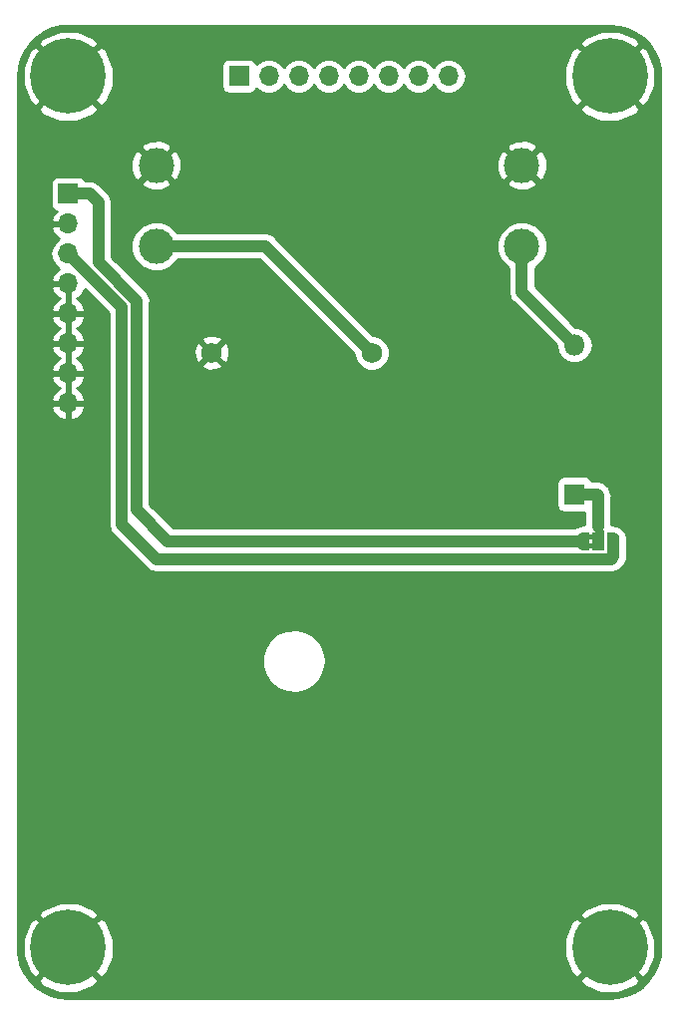
<source format=gtl>
%TF.GenerationSoftware,KiCad,Pcbnew,5.0.2+dfsg1-1*%
%TF.CreationDate,2022-04-10T03:47:20-07:00*%
%TF.ProjectId,keygame-batpack,6b657967-616d-4652-9d62-61747061636b,rev?*%
%TF.SameCoordinates,Original*%
%TF.FileFunction,Copper,L1,Top*%
%TF.FilePolarity,Positive*%
%FSLAX46Y46*%
G04 Gerber Fmt 4.6, Leading zero omitted, Abs format (unit mm)*
G04 Created by KiCad (PCBNEW 5.0.2+dfsg1-1) date Sun 10 Apr 2022 03:47:20 AM PDT*
%MOMM*%
%LPD*%
G01*
G04 APERTURE LIST*
%ADD10C,0.800000*%
%ADD11C,6.400000*%
%ADD12R,1.700000X1.700000*%
%ADD13O,1.700000X1.700000*%
%ADD14C,1.755000*%
%ADD15R,1.800000X1.800000*%
%ADD16O,1.800000X1.800000*%
%ADD17C,3.000000*%
%ADD18C,0.500000*%
%ADD19C,0.100000*%
%ADD20R,1.000000X1.500000*%
%ADD21C,1.000000*%
%ADD22C,0.500000*%
%ADD23C,0.250000*%
%ADD24C,0.254000*%
G04 APERTURE END LIST*
D10*
X126137056Y-57962944D03*
X124440000Y-57260000D03*
X122742944Y-57962944D03*
X122040000Y-59660000D03*
X122742944Y-61357056D03*
X124440000Y-62060000D03*
X126137056Y-61357056D03*
X126840000Y-59660000D03*
D11*
X124440000Y-59660000D03*
X170440000Y-59660000D03*
D10*
X172840000Y-59660000D03*
X172137056Y-61357056D03*
X170440000Y-62060000D03*
X168742944Y-61357056D03*
X168040000Y-59660000D03*
X168742944Y-57962944D03*
X170440000Y-57260000D03*
X172137056Y-57962944D03*
X126137056Y-131962944D03*
X124440000Y-131260000D03*
X122742944Y-131962944D03*
X122040000Y-133660000D03*
X122742944Y-135357056D03*
X124440000Y-136060000D03*
X126137056Y-135357056D03*
X126840000Y-133660000D03*
D11*
X124440000Y-133660000D03*
X170440000Y-133660000D03*
D10*
X172840000Y-133660000D03*
X172137056Y-135357056D03*
X170440000Y-136060000D03*
X168742944Y-135357056D03*
X168040000Y-133660000D03*
X168742944Y-131962944D03*
X170440000Y-131260000D03*
X172137056Y-131962944D03*
D12*
X138940000Y-59660000D03*
D13*
X141480000Y-59660000D03*
X144020000Y-59660000D03*
X146560000Y-59660000D03*
X149100000Y-59660000D03*
X151640000Y-59660000D03*
X154180000Y-59660000D03*
X156720000Y-59660000D03*
D12*
X124440000Y-69660000D03*
D13*
X124440000Y-72200000D03*
X124440000Y-74740000D03*
X124440000Y-77280000D03*
X124440000Y-79820000D03*
X124440000Y-82360000D03*
X124440000Y-84900000D03*
X124440000Y-87440000D03*
D14*
X150210000Y-83140000D03*
X136620000Y-83140000D03*
D15*
X167440000Y-95160000D03*
D16*
X167440000Y-82460000D03*
D17*
X162970000Y-67220000D03*
X162970000Y-74100000D03*
X131910000Y-74100000D03*
X131910000Y-67220000D03*
D18*
X168140000Y-99160000D03*
D19*
G36*
X168690000Y-98560000D02*
X169040000Y-98560000D01*
X169040000Y-98960000D01*
X168690000Y-98960000D01*
X168690000Y-99360000D01*
X169040000Y-99360000D01*
X169040000Y-99760000D01*
X168690000Y-99760000D01*
X168690000Y-99910000D01*
X168140000Y-99910000D01*
X168140000Y-99909398D01*
X168115466Y-99909398D01*
X168066635Y-99904588D01*
X168018510Y-99895016D01*
X167971555Y-99880772D01*
X167926222Y-99861995D01*
X167882949Y-99838864D01*
X167842150Y-99811604D01*
X167804221Y-99780476D01*
X167769524Y-99745779D01*
X167738396Y-99707850D01*
X167711136Y-99667051D01*
X167688005Y-99623778D01*
X167669228Y-99578445D01*
X167654984Y-99531490D01*
X167645412Y-99483365D01*
X167640602Y-99434534D01*
X167640602Y-99410000D01*
X167640000Y-99410000D01*
X167640000Y-98910000D01*
X167640602Y-98910000D01*
X167640602Y-98885466D01*
X167645412Y-98836635D01*
X167654984Y-98788510D01*
X167669228Y-98741555D01*
X167688005Y-98696222D01*
X167711136Y-98652949D01*
X167738396Y-98612150D01*
X167769524Y-98574221D01*
X167804221Y-98539524D01*
X167842150Y-98508396D01*
X167882949Y-98481136D01*
X167926222Y-98458005D01*
X167971555Y-98439228D01*
X168018510Y-98424984D01*
X168066635Y-98415412D01*
X168115466Y-98410602D01*
X168140000Y-98410602D01*
X168140000Y-98410000D01*
X168690000Y-98410000D01*
X168690000Y-98560000D01*
X168690000Y-98560000D01*
G37*
D18*
X170740000Y-99160000D03*
D19*
G36*
X170740000Y-98410602D02*
X170764534Y-98410602D01*
X170813365Y-98415412D01*
X170861490Y-98424984D01*
X170908445Y-98439228D01*
X170953778Y-98458005D01*
X170997051Y-98481136D01*
X171037850Y-98508396D01*
X171075779Y-98539524D01*
X171110476Y-98574221D01*
X171141604Y-98612150D01*
X171168864Y-98652949D01*
X171191995Y-98696222D01*
X171210772Y-98741555D01*
X171225016Y-98788510D01*
X171234588Y-98836635D01*
X171239398Y-98885466D01*
X171239398Y-98910000D01*
X171240000Y-98910000D01*
X171240000Y-99410000D01*
X171239398Y-99410000D01*
X171239398Y-99434534D01*
X171234588Y-99483365D01*
X171225016Y-99531490D01*
X171210772Y-99578445D01*
X171191995Y-99623778D01*
X171168864Y-99667051D01*
X171141604Y-99707850D01*
X171110476Y-99745779D01*
X171075779Y-99780476D01*
X171037850Y-99811604D01*
X170997051Y-99838864D01*
X170953778Y-99861995D01*
X170908445Y-99880772D01*
X170861490Y-99895016D01*
X170813365Y-99904588D01*
X170764534Y-99909398D01*
X170740000Y-99909398D01*
X170740000Y-99910000D01*
X170190000Y-99910000D01*
X170190000Y-98410000D01*
X170740000Y-98410000D01*
X170740000Y-98410602D01*
X170740000Y-98410602D01*
G37*
D20*
X169440000Y-99160000D03*
D10*
X154700000Y-95410000D03*
D21*
X124440000Y-69831998D02*
X124440000Y-69660000D01*
X126290000Y-69660000D02*
X124440000Y-69660000D01*
X168140000Y-99160000D02*
X132910010Y-99160000D01*
X130250010Y-96500000D02*
X130250010Y-78750010D01*
X132910010Y-99160000D02*
X130250010Y-96500000D01*
X127000000Y-75500000D02*
X127000000Y-70370000D01*
X130250010Y-78750010D02*
X127000000Y-75500000D01*
X127000000Y-70370000D02*
X126290000Y-69660000D01*
X170740000Y-100007592D02*
X170740000Y-99160000D01*
X129000000Y-79300000D02*
X129000000Y-97750000D01*
X124440000Y-74740000D02*
X129000000Y-79300000D01*
X129000000Y-97750000D02*
X131910000Y-100660000D01*
X170740000Y-100460002D02*
X170740000Y-100007592D01*
X131910000Y-100660000D02*
X170540001Y-100660001D01*
X170540001Y-100660001D02*
X170740000Y-100460002D01*
X141170000Y-74100000D02*
X150210000Y-83140000D01*
X131910000Y-74100000D02*
X141170000Y-74100000D01*
D22*
X169540010Y-98352886D02*
X169540010Y-99160000D01*
X169540010Y-95860010D02*
X169540010Y-98352886D01*
X168840000Y-95160000D02*
X169540010Y-95860010D01*
X167440000Y-95160000D02*
X168840000Y-95160000D01*
D21*
X169440000Y-95260000D02*
X169440000Y-97899324D01*
X169340000Y-95160000D02*
X169440000Y-95260000D01*
X167440000Y-95160000D02*
X169340000Y-95160000D01*
D23*
X169440000Y-99160000D02*
X169440000Y-98429654D01*
X169440000Y-98429654D02*
X169100346Y-98090000D01*
X169440000Y-97899324D02*
X169440000Y-97910000D01*
X169440000Y-97910000D02*
X169180173Y-98169827D01*
X169180173Y-98169827D02*
X169260173Y-98249827D01*
X169260173Y-98249827D02*
X169305173Y-98294827D01*
X169440000Y-99160000D02*
X169440000Y-98680000D01*
X169440000Y-98680000D02*
X169814990Y-98305010D01*
X169814990Y-98274314D02*
X169440000Y-97899324D01*
X169814990Y-98305010D02*
X169814990Y-98274314D01*
X169440000Y-97899324D02*
X169619324Y-97899324D01*
D21*
X162970000Y-77990000D02*
X167440000Y-82460000D01*
X162970000Y-74100000D02*
X162970000Y-77990000D01*
D24*
G36*
X171199192Y-55440578D02*
X171934389Y-55641705D01*
X172622351Y-55969846D01*
X173241331Y-56414628D01*
X173771761Y-56961988D01*
X174196884Y-57594639D01*
X174503251Y-58292561D01*
X174682499Y-59039183D01*
X174730001Y-59686044D01*
X174730000Y-133628382D01*
X174659422Y-134419193D01*
X174458295Y-135154389D01*
X174130152Y-135842355D01*
X173685374Y-136461328D01*
X173138012Y-136991761D01*
X172505362Y-137416883D01*
X171807439Y-137723251D01*
X171060819Y-137902499D01*
X170413970Y-137950000D01*
X124471618Y-137950000D01*
X123680807Y-137879422D01*
X122945611Y-137678295D01*
X122257645Y-137350152D01*
X121638672Y-136905374D01*
X121149811Y-136400910D01*
X121878695Y-136400910D01*
X122245640Y-136896343D01*
X123651171Y-137489736D01*
X125176793Y-137500087D01*
X126590246Y-136925819D01*
X126634360Y-136896343D01*
X127001305Y-136400910D01*
X167878695Y-136400910D01*
X168245640Y-136896343D01*
X169651171Y-137489736D01*
X171176793Y-137500087D01*
X172590246Y-136925819D01*
X172634360Y-136896343D01*
X173001305Y-136400910D01*
X170440000Y-133839605D01*
X167878695Y-136400910D01*
X127001305Y-136400910D01*
X124440000Y-133839605D01*
X121878695Y-136400910D01*
X121149811Y-136400910D01*
X121108239Y-136358012D01*
X120683117Y-135725362D01*
X120376749Y-135027439D01*
X120225344Y-134396793D01*
X120599913Y-134396793D01*
X121174181Y-135810246D01*
X121203657Y-135854360D01*
X121699090Y-136221305D01*
X124260395Y-133660000D01*
X124619605Y-133660000D01*
X127180910Y-136221305D01*
X127676343Y-135854360D01*
X128269736Y-134448829D01*
X128270089Y-134396793D01*
X166599913Y-134396793D01*
X167174181Y-135810246D01*
X167203657Y-135854360D01*
X167699090Y-136221305D01*
X170260395Y-133660000D01*
X170619605Y-133660000D01*
X173180910Y-136221305D01*
X173676343Y-135854360D01*
X174269736Y-134448829D01*
X174280087Y-132923207D01*
X173705819Y-131509754D01*
X173676343Y-131465640D01*
X173180910Y-131098695D01*
X170619605Y-133660000D01*
X170260395Y-133660000D01*
X167699090Y-131098695D01*
X167203657Y-131465640D01*
X166610264Y-132871171D01*
X166599913Y-134396793D01*
X128270089Y-134396793D01*
X128280087Y-132923207D01*
X127705819Y-131509754D01*
X127676343Y-131465640D01*
X127180910Y-131098695D01*
X124619605Y-133660000D01*
X124260395Y-133660000D01*
X121699090Y-131098695D01*
X121203657Y-131465640D01*
X120610264Y-132871171D01*
X120599913Y-134396793D01*
X120225344Y-134396793D01*
X120197501Y-134280819D01*
X120150000Y-133633970D01*
X120150000Y-130919090D01*
X121878695Y-130919090D01*
X124440000Y-133480395D01*
X127001305Y-130919090D01*
X167878695Y-130919090D01*
X170440000Y-133480395D01*
X173001305Y-130919090D01*
X172634360Y-130423657D01*
X171228829Y-129830264D01*
X169703207Y-129819913D01*
X168289754Y-130394181D01*
X168245640Y-130423657D01*
X167878695Y-130919090D01*
X127001305Y-130919090D01*
X126634360Y-130423657D01*
X125228829Y-129830264D01*
X123703207Y-129819913D01*
X122289754Y-130394181D01*
X122245640Y-130423657D01*
X121878695Y-130919090D01*
X120150000Y-130919090D01*
X120150000Y-108928471D01*
X140909238Y-108928471D01*
X140915561Y-109733589D01*
X141158342Y-110501257D01*
X141616116Y-111163600D01*
X142248409Y-111662060D01*
X142999317Y-111952564D01*
X143802450Y-112009429D01*
X144586799Y-111827626D01*
X145283017Y-111423231D01*
X145829549Y-110831996D01*
X146178073Y-110106195D01*
X146297776Y-109310000D01*
X146297442Y-109267468D01*
X146165248Y-108473251D01*
X145805366Y-107753015D01*
X145249615Y-107170437D01*
X144547131Y-106777027D01*
X143760023Y-106607567D01*
X142957882Y-106677040D01*
X142211630Y-106979303D01*
X141587245Y-107487633D01*
X141139931Y-108157085D01*
X140909238Y-108928471D01*
X120150000Y-108928471D01*
X120150000Y-87796890D01*
X122998524Y-87796890D01*
X123168355Y-88206924D01*
X123558642Y-88635183D01*
X124083108Y-88881486D01*
X124313000Y-88760819D01*
X124313000Y-87567000D01*
X124567000Y-87567000D01*
X124567000Y-88760819D01*
X124796892Y-88881486D01*
X125321358Y-88635183D01*
X125711645Y-88206924D01*
X125881476Y-87796890D01*
X125760155Y-87567000D01*
X124567000Y-87567000D01*
X124313000Y-87567000D01*
X123119845Y-87567000D01*
X122998524Y-87796890D01*
X120150000Y-87796890D01*
X120150000Y-85256890D01*
X122998524Y-85256890D01*
X123168355Y-85666924D01*
X123558642Y-86095183D01*
X123717954Y-86170000D01*
X123558642Y-86244817D01*
X123168355Y-86673076D01*
X122998524Y-87083110D01*
X123119845Y-87313000D01*
X124313000Y-87313000D01*
X124313000Y-85027000D01*
X124567000Y-85027000D01*
X124567000Y-87313000D01*
X125760155Y-87313000D01*
X125881476Y-87083110D01*
X125711645Y-86673076D01*
X125321358Y-86244817D01*
X125162046Y-86170000D01*
X125321358Y-86095183D01*
X125711645Y-85666924D01*
X125881476Y-85256890D01*
X125760155Y-85027000D01*
X124567000Y-85027000D01*
X124313000Y-85027000D01*
X123119845Y-85027000D01*
X122998524Y-85256890D01*
X120150000Y-85256890D01*
X120150000Y-82716890D01*
X122998524Y-82716890D01*
X123168355Y-83126924D01*
X123558642Y-83555183D01*
X123717954Y-83630000D01*
X123558642Y-83704817D01*
X123168355Y-84133076D01*
X122998524Y-84543110D01*
X123119845Y-84773000D01*
X124313000Y-84773000D01*
X124313000Y-82487000D01*
X124567000Y-82487000D01*
X124567000Y-84773000D01*
X125760155Y-84773000D01*
X125881476Y-84543110D01*
X125711645Y-84133076D01*
X125321358Y-83704817D01*
X125162046Y-83630000D01*
X125321358Y-83555183D01*
X125711645Y-83126924D01*
X125881476Y-82716890D01*
X125760155Y-82487000D01*
X124567000Y-82487000D01*
X124313000Y-82487000D01*
X123119845Y-82487000D01*
X122998524Y-82716890D01*
X120150000Y-82716890D01*
X120150000Y-80176890D01*
X122998524Y-80176890D01*
X123168355Y-80586924D01*
X123558642Y-81015183D01*
X123717954Y-81090000D01*
X123558642Y-81164817D01*
X123168355Y-81593076D01*
X122998524Y-82003110D01*
X123119845Y-82233000D01*
X124313000Y-82233000D01*
X124313000Y-79947000D01*
X124567000Y-79947000D01*
X124567000Y-82233000D01*
X125760155Y-82233000D01*
X125881476Y-82003110D01*
X125711645Y-81593076D01*
X125321358Y-81164817D01*
X125162046Y-81090000D01*
X125321358Y-81015183D01*
X125711645Y-80586924D01*
X125881476Y-80176890D01*
X125760155Y-79947000D01*
X124567000Y-79947000D01*
X124313000Y-79947000D01*
X123119845Y-79947000D01*
X122998524Y-80176890D01*
X120150000Y-80176890D01*
X120150000Y-77636890D01*
X122998524Y-77636890D01*
X123168355Y-78046924D01*
X123558642Y-78475183D01*
X123717954Y-78550000D01*
X123558642Y-78624817D01*
X123168355Y-79053076D01*
X122998524Y-79463110D01*
X123119845Y-79693000D01*
X124313000Y-79693000D01*
X124313000Y-77407000D01*
X123119845Y-77407000D01*
X122998524Y-77636890D01*
X120150000Y-77636890D01*
X120150000Y-74740000D01*
X122925908Y-74740000D01*
X123041161Y-75319418D01*
X123369375Y-75810625D01*
X123688478Y-76023843D01*
X123558642Y-76084817D01*
X123168355Y-76513076D01*
X122998524Y-76923110D01*
X123119845Y-77153000D01*
X124313000Y-77153000D01*
X124313000Y-77133000D01*
X124567000Y-77133000D01*
X124567000Y-77153000D01*
X124587000Y-77153000D01*
X124587000Y-77407000D01*
X124567000Y-77407000D01*
X124567000Y-79693000D01*
X125760155Y-79693000D01*
X125881476Y-79463110D01*
X125711645Y-79053076D01*
X125321358Y-78624817D01*
X125162046Y-78550000D01*
X125321358Y-78475183D01*
X125711645Y-78046924D01*
X125837627Y-77742758D01*
X127865000Y-79770132D01*
X127865001Y-97638212D01*
X127842765Y-97750000D01*
X127930854Y-98192854D01*
X127979543Y-98265722D01*
X128181712Y-98568289D01*
X128276480Y-98631611D01*
X131028393Y-101383526D01*
X131091711Y-101478288D01*
X131186473Y-101541606D01*
X131186475Y-101541608D01*
X131467145Y-101729145D01*
X131909999Y-101817235D01*
X132021786Y-101794999D01*
X170428218Y-101795001D01*
X170540001Y-101817236D01*
X170982855Y-101729147D01*
X170982858Y-101729145D01*
X171358289Y-101478290D01*
X171421611Y-101383522D01*
X171463519Y-101341614D01*
X171558289Y-101278291D01*
X171809146Y-100902857D01*
X171875000Y-100571785D01*
X171875000Y-100571784D01*
X171897235Y-100460003D01*
X171875000Y-100348221D01*
X171875000Y-99560868D01*
X171885032Y-99459009D01*
X171885032Y-99422106D01*
X171887440Y-99410000D01*
X171887440Y-98910000D01*
X171885032Y-98897894D01*
X171885032Y-98860991D01*
X171872592Y-98734682D01*
X171853470Y-98638549D01*
X171816628Y-98517096D01*
X171779119Y-98426540D01*
X171719287Y-98314603D01*
X171664831Y-98233104D01*
X171584314Y-98134994D01*
X171515006Y-98065686D01*
X171416896Y-97985169D01*
X171335397Y-97930713D01*
X171223460Y-97870881D01*
X171132904Y-97833372D01*
X171011451Y-97796530D01*
X170915318Y-97777408D01*
X170789009Y-97764968D01*
X170752106Y-97764968D01*
X170740000Y-97762560D01*
X170575000Y-97762560D01*
X170575000Y-95371781D01*
X170597235Y-95259999D01*
X170575000Y-95148217D01*
X170509146Y-94817145D01*
X170258289Y-94441711D01*
X170198344Y-94401657D01*
X170158289Y-94341711D01*
X169782855Y-94090854D01*
X169451783Y-94025000D01*
X169340000Y-94002765D01*
X169228217Y-94025000D01*
X168940696Y-94025000D01*
X168938157Y-94012235D01*
X168797809Y-93802191D01*
X168587765Y-93661843D01*
X168340000Y-93612560D01*
X166540000Y-93612560D01*
X166292235Y-93661843D01*
X166082191Y-93802191D01*
X165941843Y-94012235D01*
X165892560Y-94260000D01*
X165892560Y-96060000D01*
X165941843Y-96307765D01*
X166082191Y-96517809D01*
X166292235Y-96658157D01*
X166540000Y-96707440D01*
X168305001Y-96707440D01*
X168305001Y-97762560D01*
X168140000Y-97762560D01*
X168127894Y-97764968D01*
X168090991Y-97764968D01*
X167964682Y-97777408D01*
X167868549Y-97796530D01*
X167747096Y-97833372D01*
X167656540Y-97870881D01*
X167544603Y-97930713D01*
X167463104Y-97985169D01*
X167414570Y-98025000D01*
X133380142Y-98025000D01*
X131385010Y-96029869D01*
X131385010Y-84203870D01*
X135735735Y-84203870D01*
X135819382Y-84458022D01*
X136384711Y-84664077D01*
X136985861Y-84638105D01*
X137420618Y-84458022D01*
X137504265Y-84203870D01*
X136620000Y-83319605D01*
X135735735Y-84203870D01*
X131385010Y-84203870D01*
X131385010Y-82904711D01*
X135095923Y-82904711D01*
X135121895Y-83505861D01*
X135301978Y-83940618D01*
X135556130Y-84024265D01*
X136440395Y-83140000D01*
X136799605Y-83140000D01*
X137683870Y-84024265D01*
X137938022Y-83940618D01*
X138144077Y-83375289D01*
X138118105Y-82774139D01*
X137938022Y-82339382D01*
X137683870Y-82255735D01*
X136799605Y-83140000D01*
X136440395Y-83140000D01*
X135556130Y-82255735D01*
X135301978Y-82339382D01*
X135095923Y-82904711D01*
X131385010Y-82904711D01*
X131385010Y-82076130D01*
X135735735Y-82076130D01*
X136620000Y-82960395D01*
X137504265Y-82076130D01*
X137420618Y-81821978D01*
X136855289Y-81615923D01*
X136254139Y-81641895D01*
X135819382Y-81821978D01*
X135735735Y-82076130D01*
X131385010Y-82076130D01*
X131385010Y-78861792D01*
X131407245Y-78750009D01*
X131319156Y-78307155D01*
X131209314Y-78142765D01*
X131068299Y-77931721D01*
X130973531Y-77868399D01*
X128135000Y-75029869D01*
X128135000Y-73675322D01*
X129775000Y-73675322D01*
X129775000Y-74524678D01*
X130100034Y-75309380D01*
X130700620Y-75909966D01*
X131485322Y-76235000D01*
X132334678Y-76235000D01*
X133119380Y-75909966D01*
X133719966Y-75309380D01*
X133750775Y-75235000D01*
X140699869Y-75235000D01*
X148697500Y-83232632D01*
X148697500Y-83440855D01*
X148927764Y-83996763D01*
X149353237Y-84422236D01*
X149909145Y-84652500D01*
X150510855Y-84652500D01*
X151066763Y-84422236D01*
X151492236Y-83996763D01*
X151722500Y-83440855D01*
X151722500Y-82839145D01*
X151492236Y-82283237D01*
X151066763Y-81857764D01*
X150510855Y-81627500D01*
X150302632Y-81627500D01*
X142350454Y-73675322D01*
X160835000Y-73675322D01*
X160835000Y-74524678D01*
X161160034Y-75309380D01*
X161760620Y-75909966D01*
X161835000Y-75940775D01*
X161835001Y-77878212D01*
X161812765Y-77990000D01*
X161900854Y-78432854D01*
X161945173Y-78499181D01*
X162151712Y-78808289D01*
X162246480Y-78871611D01*
X165884875Y-82510007D01*
X165994062Y-83058927D01*
X166333327Y-83566673D01*
X166841073Y-83905938D01*
X167288818Y-83995000D01*
X167591182Y-83995000D01*
X168038927Y-83905938D01*
X168546673Y-83566673D01*
X168885938Y-83058927D01*
X169005072Y-82460000D01*
X168885938Y-81861073D01*
X168546673Y-81353327D01*
X168038927Y-81014062D01*
X167591182Y-80925000D01*
X167510132Y-80925000D01*
X164105000Y-77519869D01*
X164105000Y-75940775D01*
X164179380Y-75909966D01*
X164779966Y-75309380D01*
X165105000Y-74524678D01*
X165105000Y-73675322D01*
X164779966Y-72890620D01*
X164179380Y-72290034D01*
X163394678Y-71965000D01*
X162545322Y-71965000D01*
X161760620Y-72290034D01*
X161160034Y-72890620D01*
X160835000Y-73675322D01*
X142350454Y-73675322D01*
X142051613Y-73376482D01*
X141988289Y-73281711D01*
X141612855Y-73030854D01*
X141281783Y-72965000D01*
X141170000Y-72942765D01*
X141058217Y-72965000D01*
X133750775Y-72965000D01*
X133719966Y-72890620D01*
X133119380Y-72290034D01*
X132334678Y-71965000D01*
X131485322Y-71965000D01*
X130700620Y-72290034D01*
X130100034Y-72890620D01*
X129775000Y-73675322D01*
X128135000Y-73675322D01*
X128135000Y-70481783D01*
X128157235Y-70370000D01*
X128069146Y-69927145D01*
X127818289Y-69551711D01*
X127723518Y-69488387D01*
X127171613Y-68936482D01*
X127108289Y-68841711D01*
X126947044Y-68733970D01*
X130575635Y-68733970D01*
X130735418Y-69052739D01*
X131526187Y-69362723D01*
X132375387Y-69346497D01*
X133084582Y-69052739D01*
X133244365Y-68733970D01*
X161635635Y-68733970D01*
X161795418Y-69052739D01*
X162586187Y-69362723D01*
X163435387Y-69346497D01*
X164144582Y-69052739D01*
X164304365Y-68733970D01*
X162970000Y-67399605D01*
X161635635Y-68733970D01*
X133244365Y-68733970D01*
X131910000Y-67399605D01*
X130575635Y-68733970D01*
X126947044Y-68733970D01*
X126732855Y-68590854D01*
X126401783Y-68525000D01*
X126290000Y-68502765D01*
X126178217Y-68525000D01*
X125863277Y-68525000D01*
X125747809Y-68352191D01*
X125537765Y-68211843D01*
X125290000Y-68162560D01*
X123590000Y-68162560D01*
X123342235Y-68211843D01*
X123132191Y-68352191D01*
X122991843Y-68562235D01*
X122942560Y-68810000D01*
X122942560Y-70510000D01*
X122991843Y-70757765D01*
X123132191Y-70967809D01*
X123342235Y-71108157D01*
X123445708Y-71128739D01*
X123168355Y-71433076D01*
X122998524Y-71843110D01*
X123119845Y-72073000D01*
X124313000Y-72073000D01*
X124313000Y-72053000D01*
X124567000Y-72053000D01*
X124567000Y-72073000D01*
X124587000Y-72073000D01*
X124587000Y-72327000D01*
X124567000Y-72327000D01*
X124567000Y-72347000D01*
X124313000Y-72347000D01*
X124313000Y-72327000D01*
X123119845Y-72327000D01*
X122998524Y-72556890D01*
X123168355Y-72966924D01*
X123558642Y-73395183D01*
X123688478Y-73456157D01*
X123369375Y-73669375D01*
X123041161Y-74160582D01*
X122925908Y-74740000D01*
X120150000Y-74740000D01*
X120150000Y-66836187D01*
X129767277Y-66836187D01*
X129783503Y-67685387D01*
X130077261Y-68394582D01*
X130396030Y-68554365D01*
X131730395Y-67220000D01*
X132089605Y-67220000D01*
X133423970Y-68554365D01*
X133742739Y-68394582D01*
X134052723Y-67603813D01*
X134038056Y-66836187D01*
X160827277Y-66836187D01*
X160843503Y-67685387D01*
X161137261Y-68394582D01*
X161456030Y-68554365D01*
X162790395Y-67220000D01*
X163149605Y-67220000D01*
X164483970Y-68554365D01*
X164802739Y-68394582D01*
X165112723Y-67603813D01*
X165096497Y-66754613D01*
X164802739Y-66045418D01*
X164483970Y-65885635D01*
X163149605Y-67220000D01*
X162790395Y-67220000D01*
X161456030Y-65885635D01*
X161137261Y-66045418D01*
X160827277Y-66836187D01*
X134038056Y-66836187D01*
X134036497Y-66754613D01*
X133742739Y-66045418D01*
X133423970Y-65885635D01*
X132089605Y-67220000D01*
X131730395Y-67220000D01*
X130396030Y-65885635D01*
X130077261Y-66045418D01*
X129767277Y-66836187D01*
X120150000Y-66836187D01*
X120150000Y-65706030D01*
X130575635Y-65706030D01*
X131910000Y-67040395D01*
X133244365Y-65706030D01*
X161635635Y-65706030D01*
X162970000Y-67040395D01*
X164304365Y-65706030D01*
X164144582Y-65387261D01*
X163353813Y-65077277D01*
X162504613Y-65093503D01*
X161795418Y-65387261D01*
X161635635Y-65706030D01*
X133244365Y-65706030D01*
X133084582Y-65387261D01*
X132293813Y-65077277D01*
X131444613Y-65093503D01*
X130735418Y-65387261D01*
X130575635Y-65706030D01*
X120150000Y-65706030D01*
X120150000Y-62400910D01*
X121878695Y-62400910D01*
X122245640Y-62896343D01*
X123651171Y-63489736D01*
X125176793Y-63500087D01*
X126590246Y-62925819D01*
X126634360Y-62896343D01*
X127001305Y-62400910D01*
X167878695Y-62400910D01*
X168245640Y-62896343D01*
X169651171Y-63489736D01*
X171176793Y-63500087D01*
X172590246Y-62925819D01*
X172634360Y-62896343D01*
X173001305Y-62400910D01*
X170440000Y-59839605D01*
X167878695Y-62400910D01*
X127001305Y-62400910D01*
X124440000Y-59839605D01*
X121878695Y-62400910D01*
X120150000Y-62400910D01*
X120150000Y-60396793D01*
X120599913Y-60396793D01*
X121174181Y-61810246D01*
X121203657Y-61854360D01*
X121699090Y-62221305D01*
X124260395Y-59660000D01*
X124619605Y-59660000D01*
X127180910Y-62221305D01*
X127676343Y-61854360D01*
X128269736Y-60448829D01*
X128280087Y-58923207D01*
X128234093Y-58810000D01*
X137442560Y-58810000D01*
X137442560Y-60510000D01*
X137491843Y-60757765D01*
X137632191Y-60967809D01*
X137842235Y-61108157D01*
X138090000Y-61157440D01*
X139790000Y-61157440D01*
X140037765Y-61108157D01*
X140247809Y-60967809D01*
X140388157Y-60757765D01*
X140397184Y-60712381D01*
X140409375Y-60730625D01*
X140900582Y-61058839D01*
X141333744Y-61145000D01*
X141626256Y-61145000D01*
X142059418Y-61058839D01*
X142550625Y-60730625D01*
X142750000Y-60432239D01*
X142949375Y-60730625D01*
X143440582Y-61058839D01*
X143873744Y-61145000D01*
X144166256Y-61145000D01*
X144599418Y-61058839D01*
X145090625Y-60730625D01*
X145290000Y-60432239D01*
X145489375Y-60730625D01*
X145980582Y-61058839D01*
X146413744Y-61145000D01*
X146706256Y-61145000D01*
X147139418Y-61058839D01*
X147630625Y-60730625D01*
X147830000Y-60432239D01*
X148029375Y-60730625D01*
X148520582Y-61058839D01*
X148953744Y-61145000D01*
X149246256Y-61145000D01*
X149679418Y-61058839D01*
X150170625Y-60730625D01*
X150370000Y-60432239D01*
X150569375Y-60730625D01*
X151060582Y-61058839D01*
X151493744Y-61145000D01*
X151786256Y-61145000D01*
X152219418Y-61058839D01*
X152710625Y-60730625D01*
X152910000Y-60432239D01*
X153109375Y-60730625D01*
X153600582Y-61058839D01*
X154033744Y-61145000D01*
X154326256Y-61145000D01*
X154759418Y-61058839D01*
X155250625Y-60730625D01*
X155450000Y-60432239D01*
X155649375Y-60730625D01*
X156140582Y-61058839D01*
X156573744Y-61145000D01*
X156866256Y-61145000D01*
X157299418Y-61058839D01*
X157790625Y-60730625D01*
X158013684Y-60396793D01*
X166599913Y-60396793D01*
X167174181Y-61810246D01*
X167203657Y-61854360D01*
X167699090Y-62221305D01*
X170260395Y-59660000D01*
X170619605Y-59660000D01*
X173180910Y-62221305D01*
X173676343Y-61854360D01*
X174269736Y-60448829D01*
X174280087Y-58923207D01*
X173705819Y-57509754D01*
X173676343Y-57465640D01*
X173180910Y-57098695D01*
X170619605Y-59660000D01*
X170260395Y-59660000D01*
X167699090Y-57098695D01*
X167203657Y-57465640D01*
X166610264Y-58871171D01*
X166599913Y-60396793D01*
X158013684Y-60396793D01*
X158118839Y-60239418D01*
X158234092Y-59660000D01*
X158118839Y-59080582D01*
X157790625Y-58589375D01*
X157299418Y-58261161D01*
X156866256Y-58175000D01*
X156573744Y-58175000D01*
X156140582Y-58261161D01*
X155649375Y-58589375D01*
X155450000Y-58887761D01*
X155250625Y-58589375D01*
X154759418Y-58261161D01*
X154326256Y-58175000D01*
X154033744Y-58175000D01*
X153600582Y-58261161D01*
X153109375Y-58589375D01*
X152910000Y-58887761D01*
X152710625Y-58589375D01*
X152219418Y-58261161D01*
X151786256Y-58175000D01*
X151493744Y-58175000D01*
X151060582Y-58261161D01*
X150569375Y-58589375D01*
X150370000Y-58887761D01*
X150170625Y-58589375D01*
X149679418Y-58261161D01*
X149246256Y-58175000D01*
X148953744Y-58175000D01*
X148520582Y-58261161D01*
X148029375Y-58589375D01*
X147830000Y-58887761D01*
X147630625Y-58589375D01*
X147139418Y-58261161D01*
X146706256Y-58175000D01*
X146413744Y-58175000D01*
X145980582Y-58261161D01*
X145489375Y-58589375D01*
X145290000Y-58887761D01*
X145090625Y-58589375D01*
X144599418Y-58261161D01*
X144166256Y-58175000D01*
X143873744Y-58175000D01*
X143440582Y-58261161D01*
X142949375Y-58589375D01*
X142750000Y-58887761D01*
X142550625Y-58589375D01*
X142059418Y-58261161D01*
X141626256Y-58175000D01*
X141333744Y-58175000D01*
X140900582Y-58261161D01*
X140409375Y-58589375D01*
X140397184Y-58607619D01*
X140388157Y-58562235D01*
X140247809Y-58352191D01*
X140037765Y-58211843D01*
X139790000Y-58162560D01*
X138090000Y-58162560D01*
X137842235Y-58211843D01*
X137632191Y-58352191D01*
X137491843Y-58562235D01*
X137442560Y-58810000D01*
X128234093Y-58810000D01*
X127705819Y-57509754D01*
X127676343Y-57465640D01*
X127180910Y-57098695D01*
X124619605Y-59660000D01*
X124260395Y-59660000D01*
X121699090Y-57098695D01*
X121203657Y-57465640D01*
X120610264Y-58871171D01*
X120599913Y-60396793D01*
X120150000Y-60396793D01*
X120150000Y-59691618D01*
X120220578Y-58900808D01*
X120421705Y-58165611D01*
X120749846Y-57477649D01*
X121151211Y-56919090D01*
X121878695Y-56919090D01*
X124440000Y-59480395D01*
X127001305Y-56919090D01*
X167878695Y-56919090D01*
X170440000Y-59480395D01*
X173001305Y-56919090D01*
X172634360Y-56423657D01*
X171228829Y-55830264D01*
X169703207Y-55819913D01*
X168289754Y-56394181D01*
X168245640Y-56423657D01*
X167878695Y-56919090D01*
X127001305Y-56919090D01*
X126634360Y-56423657D01*
X125228829Y-55830264D01*
X123703207Y-55819913D01*
X122289754Y-56394181D01*
X122245640Y-56423657D01*
X121878695Y-56919090D01*
X121151211Y-56919090D01*
X121194628Y-56858669D01*
X121741988Y-56328239D01*
X122374639Y-55903116D01*
X123072561Y-55596749D01*
X123819183Y-55417501D01*
X124466030Y-55370000D01*
X170408382Y-55370000D01*
X171199192Y-55440578D01*
X171199192Y-55440578D01*
G37*
X171199192Y-55440578D02*
X171934389Y-55641705D01*
X172622351Y-55969846D01*
X173241331Y-56414628D01*
X173771761Y-56961988D01*
X174196884Y-57594639D01*
X174503251Y-58292561D01*
X174682499Y-59039183D01*
X174730001Y-59686044D01*
X174730000Y-133628382D01*
X174659422Y-134419193D01*
X174458295Y-135154389D01*
X174130152Y-135842355D01*
X173685374Y-136461328D01*
X173138012Y-136991761D01*
X172505362Y-137416883D01*
X171807439Y-137723251D01*
X171060819Y-137902499D01*
X170413970Y-137950000D01*
X124471618Y-137950000D01*
X123680807Y-137879422D01*
X122945611Y-137678295D01*
X122257645Y-137350152D01*
X121638672Y-136905374D01*
X121149811Y-136400910D01*
X121878695Y-136400910D01*
X122245640Y-136896343D01*
X123651171Y-137489736D01*
X125176793Y-137500087D01*
X126590246Y-136925819D01*
X126634360Y-136896343D01*
X127001305Y-136400910D01*
X167878695Y-136400910D01*
X168245640Y-136896343D01*
X169651171Y-137489736D01*
X171176793Y-137500087D01*
X172590246Y-136925819D01*
X172634360Y-136896343D01*
X173001305Y-136400910D01*
X170440000Y-133839605D01*
X167878695Y-136400910D01*
X127001305Y-136400910D01*
X124440000Y-133839605D01*
X121878695Y-136400910D01*
X121149811Y-136400910D01*
X121108239Y-136358012D01*
X120683117Y-135725362D01*
X120376749Y-135027439D01*
X120225344Y-134396793D01*
X120599913Y-134396793D01*
X121174181Y-135810246D01*
X121203657Y-135854360D01*
X121699090Y-136221305D01*
X124260395Y-133660000D01*
X124619605Y-133660000D01*
X127180910Y-136221305D01*
X127676343Y-135854360D01*
X128269736Y-134448829D01*
X128270089Y-134396793D01*
X166599913Y-134396793D01*
X167174181Y-135810246D01*
X167203657Y-135854360D01*
X167699090Y-136221305D01*
X170260395Y-133660000D01*
X170619605Y-133660000D01*
X173180910Y-136221305D01*
X173676343Y-135854360D01*
X174269736Y-134448829D01*
X174280087Y-132923207D01*
X173705819Y-131509754D01*
X173676343Y-131465640D01*
X173180910Y-131098695D01*
X170619605Y-133660000D01*
X170260395Y-133660000D01*
X167699090Y-131098695D01*
X167203657Y-131465640D01*
X166610264Y-132871171D01*
X166599913Y-134396793D01*
X128270089Y-134396793D01*
X128280087Y-132923207D01*
X127705819Y-131509754D01*
X127676343Y-131465640D01*
X127180910Y-131098695D01*
X124619605Y-133660000D01*
X124260395Y-133660000D01*
X121699090Y-131098695D01*
X121203657Y-131465640D01*
X120610264Y-132871171D01*
X120599913Y-134396793D01*
X120225344Y-134396793D01*
X120197501Y-134280819D01*
X120150000Y-133633970D01*
X120150000Y-130919090D01*
X121878695Y-130919090D01*
X124440000Y-133480395D01*
X127001305Y-130919090D01*
X167878695Y-130919090D01*
X170440000Y-133480395D01*
X173001305Y-130919090D01*
X172634360Y-130423657D01*
X171228829Y-129830264D01*
X169703207Y-129819913D01*
X168289754Y-130394181D01*
X168245640Y-130423657D01*
X167878695Y-130919090D01*
X127001305Y-130919090D01*
X126634360Y-130423657D01*
X125228829Y-129830264D01*
X123703207Y-129819913D01*
X122289754Y-130394181D01*
X122245640Y-130423657D01*
X121878695Y-130919090D01*
X120150000Y-130919090D01*
X120150000Y-108928471D01*
X140909238Y-108928471D01*
X140915561Y-109733589D01*
X141158342Y-110501257D01*
X141616116Y-111163600D01*
X142248409Y-111662060D01*
X142999317Y-111952564D01*
X143802450Y-112009429D01*
X144586799Y-111827626D01*
X145283017Y-111423231D01*
X145829549Y-110831996D01*
X146178073Y-110106195D01*
X146297776Y-109310000D01*
X146297442Y-109267468D01*
X146165248Y-108473251D01*
X145805366Y-107753015D01*
X145249615Y-107170437D01*
X144547131Y-106777027D01*
X143760023Y-106607567D01*
X142957882Y-106677040D01*
X142211630Y-106979303D01*
X141587245Y-107487633D01*
X141139931Y-108157085D01*
X140909238Y-108928471D01*
X120150000Y-108928471D01*
X120150000Y-87796890D01*
X122998524Y-87796890D01*
X123168355Y-88206924D01*
X123558642Y-88635183D01*
X124083108Y-88881486D01*
X124313000Y-88760819D01*
X124313000Y-87567000D01*
X124567000Y-87567000D01*
X124567000Y-88760819D01*
X124796892Y-88881486D01*
X125321358Y-88635183D01*
X125711645Y-88206924D01*
X125881476Y-87796890D01*
X125760155Y-87567000D01*
X124567000Y-87567000D01*
X124313000Y-87567000D01*
X123119845Y-87567000D01*
X122998524Y-87796890D01*
X120150000Y-87796890D01*
X120150000Y-85256890D01*
X122998524Y-85256890D01*
X123168355Y-85666924D01*
X123558642Y-86095183D01*
X123717954Y-86170000D01*
X123558642Y-86244817D01*
X123168355Y-86673076D01*
X122998524Y-87083110D01*
X123119845Y-87313000D01*
X124313000Y-87313000D01*
X124313000Y-85027000D01*
X124567000Y-85027000D01*
X124567000Y-87313000D01*
X125760155Y-87313000D01*
X125881476Y-87083110D01*
X125711645Y-86673076D01*
X125321358Y-86244817D01*
X125162046Y-86170000D01*
X125321358Y-86095183D01*
X125711645Y-85666924D01*
X125881476Y-85256890D01*
X125760155Y-85027000D01*
X124567000Y-85027000D01*
X124313000Y-85027000D01*
X123119845Y-85027000D01*
X122998524Y-85256890D01*
X120150000Y-85256890D01*
X120150000Y-82716890D01*
X122998524Y-82716890D01*
X123168355Y-83126924D01*
X123558642Y-83555183D01*
X123717954Y-83630000D01*
X123558642Y-83704817D01*
X123168355Y-84133076D01*
X122998524Y-84543110D01*
X123119845Y-84773000D01*
X124313000Y-84773000D01*
X124313000Y-82487000D01*
X124567000Y-82487000D01*
X124567000Y-84773000D01*
X125760155Y-84773000D01*
X125881476Y-84543110D01*
X125711645Y-84133076D01*
X125321358Y-83704817D01*
X125162046Y-83630000D01*
X125321358Y-83555183D01*
X125711645Y-83126924D01*
X125881476Y-82716890D01*
X125760155Y-82487000D01*
X124567000Y-82487000D01*
X124313000Y-82487000D01*
X123119845Y-82487000D01*
X122998524Y-82716890D01*
X120150000Y-82716890D01*
X120150000Y-80176890D01*
X122998524Y-80176890D01*
X123168355Y-80586924D01*
X123558642Y-81015183D01*
X123717954Y-81090000D01*
X123558642Y-81164817D01*
X123168355Y-81593076D01*
X122998524Y-82003110D01*
X123119845Y-82233000D01*
X124313000Y-82233000D01*
X124313000Y-79947000D01*
X124567000Y-79947000D01*
X124567000Y-82233000D01*
X125760155Y-82233000D01*
X125881476Y-82003110D01*
X125711645Y-81593076D01*
X125321358Y-81164817D01*
X125162046Y-81090000D01*
X125321358Y-81015183D01*
X125711645Y-80586924D01*
X125881476Y-80176890D01*
X125760155Y-79947000D01*
X124567000Y-79947000D01*
X124313000Y-79947000D01*
X123119845Y-79947000D01*
X122998524Y-80176890D01*
X120150000Y-80176890D01*
X120150000Y-77636890D01*
X122998524Y-77636890D01*
X123168355Y-78046924D01*
X123558642Y-78475183D01*
X123717954Y-78550000D01*
X123558642Y-78624817D01*
X123168355Y-79053076D01*
X122998524Y-79463110D01*
X123119845Y-79693000D01*
X124313000Y-79693000D01*
X124313000Y-77407000D01*
X123119845Y-77407000D01*
X122998524Y-77636890D01*
X120150000Y-77636890D01*
X120150000Y-74740000D01*
X122925908Y-74740000D01*
X123041161Y-75319418D01*
X123369375Y-75810625D01*
X123688478Y-76023843D01*
X123558642Y-76084817D01*
X123168355Y-76513076D01*
X122998524Y-76923110D01*
X123119845Y-77153000D01*
X124313000Y-77153000D01*
X124313000Y-77133000D01*
X124567000Y-77133000D01*
X124567000Y-77153000D01*
X124587000Y-77153000D01*
X124587000Y-77407000D01*
X124567000Y-77407000D01*
X124567000Y-79693000D01*
X125760155Y-79693000D01*
X125881476Y-79463110D01*
X125711645Y-79053076D01*
X125321358Y-78624817D01*
X125162046Y-78550000D01*
X125321358Y-78475183D01*
X125711645Y-78046924D01*
X125837627Y-77742758D01*
X127865000Y-79770132D01*
X127865001Y-97638212D01*
X127842765Y-97750000D01*
X127930854Y-98192854D01*
X127979543Y-98265722D01*
X128181712Y-98568289D01*
X128276480Y-98631611D01*
X131028393Y-101383526D01*
X131091711Y-101478288D01*
X131186473Y-101541606D01*
X131186475Y-101541608D01*
X131467145Y-101729145D01*
X131909999Y-101817235D01*
X132021786Y-101794999D01*
X170428218Y-101795001D01*
X170540001Y-101817236D01*
X170982855Y-101729147D01*
X170982858Y-101729145D01*
X171358289Y-101478290D01*
X171421611Y-101383522D01*
X171463519Y-101341614D01*
X171558289Y-101278291D01*
X171809146Y-100902857D01*
X171875000Y-100571785D01*
X171875000Y-100571784D01*
X171897235Y-100460003D01*
X171875000Y-100348221D01*
X171875000Y-99560868D01*
X171885032Y-99459009D01*
X171885032Y-99422106D01*
X171887440Y-99410000D01*
X171887440Y-98910000D01*
X171885032Y-98897894D01*
X171885032Y-98860991D01*
X171872592Y-98734682D01*
X171853470Y-98638549D01*
X171816628Y-98517096D01*
X171779119Y-98426540D01*
X171719287Y-98314603D01*
X171664831Y-98233104D01*
X171584314Y-98134994D01*
X171515006Y-98065686D01*
X171416896Y-97985169D01*
X171335397Y-97930713D01*
X171223460Y-97870881D01*
X171132904Y-97833372D01*
X171011451Y-97796530D01*
X170915318Y-97777408D01*
X170789009Y-97764968D01*
X170752106Y-97764968D01*
X170740000Y-97762560D01*
X170575000Y-97762560D01*
X170575000Y-95371781D01*
X170597235Y-95259999D01*
X170575000Y-95148217D01*
X170509146Y-94817145D01*
X170258289Y-94441711D01*
X170198344Y-94401657D01*
X170158289Y-94341711D01*
X169782855Y-94090854D01*
X169451783Y-94025000D01*
X169340000Y-94002765D01*
X169228217Y-94025000D01*
X168940696Y-94025000D01*
X168938157Y-94012235D01*
X168797809Y-93802191D01*
X168587765Y-93661843D01*
X168340000Y-93612560D01*
X166540000Y-93612560D01*
X166292235Y-93661843D01*
X166082191Y-93802191D01*
X165941843Y-94012235D01*
X165892560Y-94260000D01*
X165892560Y-96060000D01*
X165941843Y-96307765D01*
X166082191Y-96517809D01*
X166292235Y-96658157D01*
X166540000Y-96707440D01*
X168305001Y-96707440D01*
X168305001Y-97762560D01*
X168140000Y-97762560D01*
X168127894Y-97764968D01*
X168090991Y-97764968D01*
X167964682Y-97777408D01*
X167868549Y-97796530D01*
X167747096Y-97833372D01*
X167656540Y-97870881D01*
X167544603Y-97930713D01*
X167463104Y-97985169D01*
X167414570Y-98025000D01*
X133380142Y-98025000D01*
X131385010Y-96029869D01*
X131385010Y-84203870D01*
X135735735Y-84203870D01*
X135819382Y-84458022D01*
X136384711Y-84664077D01*
X136985861Y-84638105D01*
X137420618Y-84458022D01*
X137504265Y-84203870D01*
X136620000Y-83319605D01*
X135735735Y-84203870D01*
X131385010Y-84203870D01*
X131385010Y-82904711D01*
X135095923Y-82904711D01*
X135121895Y-83505861D01*
X135301978Y-83940618D01*
X135556130Y-84024265D01*
X136440395Y-83140000D01*
X136799605Y-83140000D01*
X137683870Y-84024265D01*
X137938022Y-83940618D01*
X138144077Y-83375289D01*
X138118105Y-82774139D01*
X137938022Y-82339382D01*
X137683870Y-82255735D01*
X136799605Y-83140000D01*
X136440395Y-83140000D01*
X135556130Y-82255735D01*
X135301978Y-82339382D01*
X135095923Y-82904711D01*
X131385010Y-82904711D01*
X131385010Y-82076130D01*
X135735735Y-82076130D01*
X136620000Y-82960395D01*
X137504265Y-82076130D01*
X137420618Y-81821978D01*
X136855289Y-81615923D01*
X136254139Y-81641895D01*
X135819382Y-81821978D01*
X135735735Y-82076130D01*
X131385010Y-82076130D01*
X131385010Y-78861792D01*
X131407245Y-78750009D01*
X131319156Y-78307155D01*
X131209314Y-78142765D01*
X131068299Y-77931721D01*
X130973531Y-77868399D01*
X128135000Y-75029869D01*
X128135000Y-73675322D01*
X129775000Y-73675322D01*
X129775000Y-74524678D01*
X130100034Y-75309380D01*
X130700620Y-75909966D01*
X131485322Y-76235000D01*
X132334678Y-76235000D01*
X133119380Y-75909966D01*
X133719966Y-75309380D01*
X133750775Y-75235000D01*
X140699869Y-75235000D01*
X148697500Y-83232632D01*
X148697500Y-83440855D01*
X148927764Y-83996763D01*
X149353237Y-84422236D01*
X149909145Y-84652500D01*
X150510855Y-84652500D01*
X151066763Y-84422236D01*
X151492236Y-83996763D01*
X151722500Y-83440855D01*
X151722500Y-82839145D01*
X151492236Y-82283237D01*
X151066763Y-81857764D01*
X150510855Y-81627500D01*
X150302632Y-81627500D01*
X142350454Y-73675322D01*
X160835000Y-73675322D01*
X160835000Y-74524678D01*
X161160034Y-75309380D01*
X161760620Y-75909966D01*
X161835000Y-75940775D01*
X161835001Y-77878212D01*
X161812765Y-77990000D01*
X161900854Y-78432854D01*
X161945173Y-78499181D01*
X162151712Y-78808289D01*
X162246480Y-78871611D01*
X165884875Y-82510007D01*
X165994062Y-83058927D01*
X166333327Y-83566673D01*
X166841073Y-83905938D01*
X167288818Y-83995000D01*
X167591182Y-83995000D01*
X168038927Y-83905938D01*
X168546673Y-83566673D01*
X168885938Y-83058927D01*
X169005072Y-82460000D01*
X168885938Y-81861073D01*
X168546673Y-81353327D01*
X168038927Y-81014062D01*
X167591182Y-80925000D01*
X167510132Y-80925000D01*
X164105000Y-77519869D01*
X164105000Y-75940775D01*
X164179380Y-75909966D01*
X164779966Y-75309380D01*
X165105000Y-74524678D01*
X165105000Y-73675322D01*
X164779966Y-72890620D01*
X164179380Y-72290034D01*
X163394678Y-71965000D01*
X162545322Y-71965000D01*
X161760620Y-72290034D01*
X161160034Y-72890620D01*
X160835000Y-73675322D01*
X142350454Y-73675322D01*
X142051613Y-73376482D01*
X141988289Y-73281711D01*
X141612855Y-73030854D01*
X141281783Y-72965000D01*
X141170000Y-72942765D01*
X141058217Y-72965000D01*
X133750775Y-72965000D01*
X133719966Y-72890620D01*
X133119380Y-72290034D01*
X132334678Y-71965000D01*
X131485322Y-71965000D01*
X130700620Y-72290034D01*
X130100034Y-72890620D01*
X129775000Y-73675322D01*
X128135000Y-73675322D01*
X128135000Y-70481783D01*
X128157235Y-70370000D01*
X128069146Y-69927145D01*
X127818289Y-69551711D01*
X127723518Y-69488387D01*
X127171613Y-68936482D01*
X127108289Y-68841711D01*
X126947044Y-68733970D01*
X130575635Y-68733970D01*
X130735418Y-69052739D01*
X131526187Y-69362723D01*
X132375387Y-69346497D01*
X133084582Y-69052739D01*
X133244365Y-68733970D01*
X161635635Y-68733970D01*
X161795418Y-69052739D01*
X162586187Y-69362723D01*
X163435387Y-69346497D01*
X164144582Y-69052739D01*
X164304365Y-68733970D01*
X162970000Y-67399605D01*
X161635635Y-68733970D01*
X133244365Y-68733970D01*
X131910000Y-67399605D01*
X130575635Y-68733970D01*
X126947044Y-68733970D01*
X126732855Y-68590854D01*
X126401783Y-68525000D01*
X126290000Y-68502765D01*
X126178217Y-68525000D01*
X125863277Y-68525000D01*
X125747809Y-68352191D01*
X125537765Y-68211843D01*
X125290000Y-68162560D01*
X123590000Y-68162560D01*
X123342235Y-68211843D01*
X123132191Y-68352191D01*
X122991843Y-68562235D01*
X122942560Y-68810000D01*
X122942560Y-70510000D01*
X122991843Y-70757765D01*
X123132191Y-70967809D01*
X123342235Y-71108157D01*
X123445708Y-71128739D01*
X123168355Y-71433076D01*
X122998524Y-71843110D01*
X123119845Y-72073000D01*
X124313000Y-72073000D01*
X124313000Y-72053000D01*
X124567000Y-72053000D01*
X124567000Y-72073000D01*
X124587000Y-72073000D01*
X124587000Y-72327000D01*
X124567000Y-72327000D01*
X124567000Y-72347000D01*
X124313000Y-72347000D01*
X124313000Y-72327000D01*
X123119845Y-72327000D01*
X122998524Y-72556890D01*
X123168355Y-72966924D01*
X123558642Y-73395183D01*
X123688478Y-73456157D01*
X123369375Y-73669375D01*
X123041161Y-74160582D01*
X122925908Y-74740000D01*
X120150000Y-74740000D01*
X120150000Y-66836187D01*
X129767277Y-66836187D01*
X129783503Y-67685387D01*
X130077261Y-68394582D01*
X130396030Y-68554365D01*
X131730395Y-67220000D01*
X132089605Y-67220000D01*
X133423970Y-68554365D01*
X133742739Y-68394582D01*
X134052723Y-67603813D01*
X134038056Y-66836187D01*
X160827277Y-66836187D01*
X160843503Y-67685387D01*
X161137261Y-68394582D01*
X161456030Y-68554365D01*
X162790395Y-67220000D01*
X163149605Y-67220000D01*
X164483970Y-68554365D01*
X164802739Y-68394582D01*
X165112723Y-67603813D01*
X165096497Y-66754613D01*
X164802739Y-66045418D01*
X164483970Y-65885635D01*
X163149605Y-67220000D01*
X162790395Y-67220000D01*
X161456030Y-65885635D01*
X161137261Y-66045418D01*
X160827277Y-66836187D01*
X134038056Y-66836187D01*
X134036497Y-66754613D01*
X133742739Y-66045418D01*
X133423970Y-65885635D01*
X132089605Y-67220000D01*
X131730395Y-67220000D01*
X130396030Y-65885635D01*
X130077261Y-66045418D01*
X129767277Y-66836187D01*
X120150000Y-66836187D01*
X120150000Y-65706030D01*
X130575635Y-65706030D01*
X131910000Y-67040395D01*
X133244365Y-65706030D01*
X161635635Y-65706030D01*
X162970000Y-67040395D01*
X164304365Y-65706030D01*
X164144582Y-65387261D01*
X163353813Y-65077277D01*
X162504613Y-65093503D01*
X161795418Y-65387261D01*
X161635635Y-65706030D01*
X133244365Y-65706030D01*
X133084582Y-65387261D01*
X132293813Y-65077277D01*
X131444613Y-65093503D01*
X130735418Y-65387261D01*
X130575635Y-65706030D01*
X120150000Y-65706030D01*
X120150000Y-62400910D01*
X121878695Y-62400910D01*
X122245640Y-62896343D01*
X123651171Y-63489736D01*
X125176793Y-63500087D01*
X126590246Y-62925819D01*
X126634360Y-62896343D01*
X127001305Y-62400910D01*
X167878695Y-62400910D01*
X168245640Y-62896343D01*
X169651171Y-63489736D01*
X171176793Y-63500087D01*
X172590246Y-62925819D01*
X172634360Y-62896343D01*
X173001305Y-62400910D01*
X170440000Y-59839605D01*
X167878695Y-62400910D01*
X127001305Y-62400910D01*
X124440000Y-59839605D01*
X121878695Y-62400910D01*
X120150000Y-62400910D01*
X120150000Y-60396793D01*
X120599913Y-60396793D01*
X121174181Y-61810246D01*
X121203657Y-61854360D01*
X121699090Y-62221305D01*
X124260395Y-59660000D01*
X124619605Y-59660000D01*
X127180910Y-62221305D01*
X127676343Y-61854360D01*
X128269736Y-60448829D01*
X128280087Y-58923207D01*
X128234093Y-58810000D01*
X137442560Y-58810000D01*
X137442560Y-60510000D01*
X137491843Y-60757765D01*
X137632191Y-60967809D01*
X137842235Y-61108157D01*
X138090000Y-61157440D01*
X139790000Y-61157440D01*
X140037765Y-61108157D01*
X140247809Y-60967809D01*
X140388157Y-60757765D01*
X140397184Y-60712381D01*
X140409375Y-60730625D01*
X140900582Y-61058839D01*
X141333744Y-61145000D01*
X141626256Y-61145000D01*
X142059418Y-61058839D01*
X142550625Y-60730625D01*
X142750000Y-60432239D01*
X142949375Y-60730625D01*
X143440582Y-61058839D01*
X143873744Y-61145000D01*
X144166256Y-61145000D01*
X144599418Y-61058839D01*
X145090625Y-60730625D01*
X145290000Y-60432239D01*
X145489375Y-60730625D01*
X145980582Y-61058839D01*
X146413744Y-61145000D01*
X146706256Y-61145000D01*
X147139418Y-61058839D01*
X147630625Y-60730625D01*
X147830000Y-60432239D01*
X148029375Y-60730625D01*
X148520582Y-61058839D01*
X148953744Y-61145000D01*
X149246256Y-61145000D01*
X149679418Y-61058839D01*
X150170625Y-60730625D01*
X150370000Y-60432239D01*
X150569375Y-60730625D01*
X151060582Y-61058839D01*
X151493744Y-61145000D01*
X151786256Y-61145000D01*
X152219418Y-61058839D01*
X152710625Y-60730625D01*
X152910000Y-60432239D01*
X153109375Y-60730625D01*
X153600582Y-61058839D01*
X154033744Y-61145000D01*
X154326256Y-61145000D01*
X154759418Y-61058839D01*
X155250625Y-60730625D01*
X155450000Y-60432239D01*
X155649375Y-60730625D01*
X156140582Y-61058839D01*
X156573744Y-61145000D01*
X156866256Y-61145000D01*
X157299418Y-61058839D01*
X157790625Y-60730625D01*
X158013684Y-60396793D01*
X166599913Y-60396793D01*
X167174181Y-61810246D01*
X167203657Y-61854360D01*
X167699090Y-62221305D01*
X170260395Y-59660000D01*
X170619605Y-59660000D01*
X173180910Y-62221305D01*
X173676343Y-61854360D01*
X174269736Y-60448829D01*
X174280087Y-58923207D01*
X173705819Y-57509754D01*
X173676343Y-57465640D01*
X173180910Y-57098695D01*
X170619605Y-59660000D01*
X170260395Y-59660000D01*
X167699090Y-57098695D01*
X167203657Y-57465640D01*
X166610264Y-58871171D01*
X166599913Y-60396793D01*
X158013684Y-60396793D01*
X158118839Y-60239418D01*
X158234092Y-59660000D01*
X158118839Y-59080582D01*
X157790625Y-58589375D01*
X157299418Y-58261161D01*
X156866256Y-58175000D01*
X156573744Y-58175000D01*
X156140582Y-58261161D01*
X155649375Y-58589375D01*
X155450000Y-58887761D01*
X155250625Y-58589375D01*
X154759418Y-58261161D01*
X154326256Y-58175000D01*
X154033744Y-58175000D01*
X153600582Y-58261161D01*
X153109375Y-58589375D01*
X152910000Y-58887761D01*
X152710625Y-58589375D01*
X152219418Y-58261161D01*
X151786256Y-58175000D01*
X151493744Y-58175000D01*
X151060582Y-58261161D01*
X150569375Y-58589375D01*
X150370000Y-58887761D01*
X150170625Y-58589375D01*
X149679418Y-58261161D01*
X149246256Y-58175000D01*
X148953744Y-58175000D01*
X148520582Y-58261161D01*
X148029375Y-58589375D01*
X147830000Y-58887761D01*
X147630625Y-58589375D01*
X147139418Y-58261161D01*
X146706256Y-58175000D01*
X146413744Y-58175000D01*
X145980582Y-58261161D01*
X145489375Y-58589375D01*
X145290000Y-58887761D01*
X145090625Y-58589375D01*
X144599418Y-58261161D01*
X144166256Y-58175000D01*
X143873744Y-58175000D01*
X143440582Y-58261161D01*
X142949375Y-58589375D01*
X142750000Y-58887761D01*
X142550625Y-58589375D01*
X142059418Y-58261161D01*
X141626256Y-58175000D01*
X141333744Y-58175000D01*
X140900582Y-58261161D01*
X140409375Y-58589375D01*
X140397184Y-58607619D01*
X140388157Y-58562235D01*
X140247809Y-58352191D01*
X140037765Y-58211843D01*
X139790000Y-58162560D01*
X138090000Y-58162560D01*
X137842235Y-58211843D01*
X137632191Y-58352191D01*
X137491843Y-58562235D01*
X137442560Y-58810000D01*
X128234093Y-58810000D01*
X127705819Y-57509754D01*
X127676343Y-57465640D01*
X127180910Y-57098695D01*
X124619605Y-59660000D01*
X124260395Y-59660000D01*
X121699090Y-57098695D01*
X121203657Y-57465640D01*
X120610264Y-58871171D01*
X120599913Y-60396793D01*
X120150000Y-60396793D01*
X120150000Y-59691618D01*
X120220578Y-58900808D01*
X120421705Y-58165611D01*
X120749846Y-57477649D01*
X121151211Y-56919090D01*
X121878695Y-56919090D01*
X124440000Y-59480395D01*
X127001305Y-56919090D01*
X167878695Y-56919090D01*
X170440000Y-59480395D01*
X173001305Y-56919090D01*
X172634360Y-56423657D01*
X171228829Y-55830264D01*
X169703207Y-55819913D01*
X168289754Y-56394181D01*
X168245640Y-56423657D01*
X167878695Y-56919090D01*
X127001305Y-56919090D01*
X126634360Y-56423657D01*
X125228829Y-55830264D01*
X123703207Y-55819913D01*
X122289754Y-56394181D01*
X122245640Y-56423657D01*
X121878695Y-56919090D01*
X121151211Y-56919090D01*
X121194628Y-56858669D01*
X121741988Y-56328239D01*
X122374639Y-55903116D01*
X123072561Y-55596749D01*
X123819183Y-55417501D01*
X124466030Y-55370000D01*
X170408382Y-55370000D01*
X171199192Y-55440578D01*
M02*

</source>
